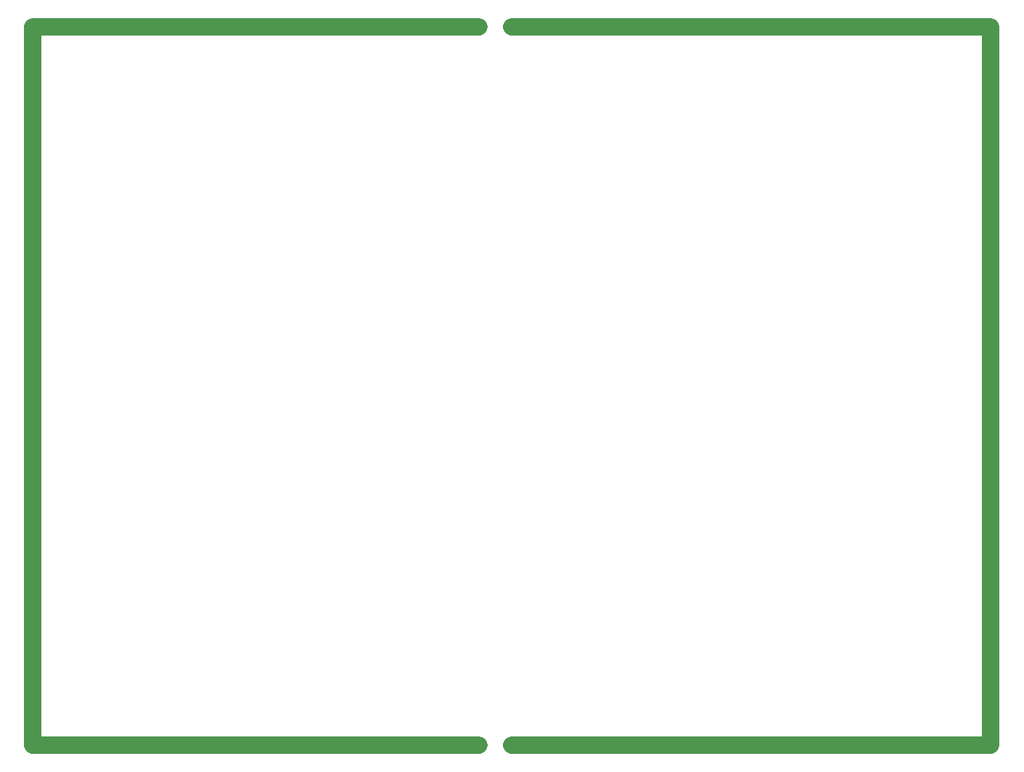
<source format=gbr>
G04                                                                  *
G04 SOURCE        : LAYO1 PCB.EXE VERSION 10                         *
G04 FORMAT        : GERBER RS-274X, Inch, 2.4, Leading Zero          *
G04 TITLE         : CNC3018SWITCHERV4011_DRILL DRAWING               *
G04 TIME          : Thursday, May 18, 2023  21:32:57                 *
G04                                                                  *
G04 Board width   : 125.000 mm. =  4.9213 inch                       *
G04 Board height  :  94.000 mm. =  3.7008 inch                       *
G04 Board offset  :   0.000 mm. =  0.0000 inch                       *
G04 Board offset  :   0.000 mm. =  0.0000 inch                       *
G04                                                                  *
G04 Apertures:                                                       *
G04       Type          X       Y             X       Y        Used  *
G04                      Inches                Metric                *
G04 D10   Draw        0.0787  0.0787        2.000   2.000         8  *
G04                                                                  *
%FSLAX24Y24*
MOIN*
SFA1.0B1.0*%
%ADD10C,0.0787*%
%LNDrill drawing*%
G54D10*
X023000Y035508D02*
X002500Y035508D01*
X002500Y002508D01*
X023000Y002508D01*
X024500Y002508D02*
X046500Y002508D01*
X046500Y035508D01*
X024500Y035508D01*
M02*

</source>
